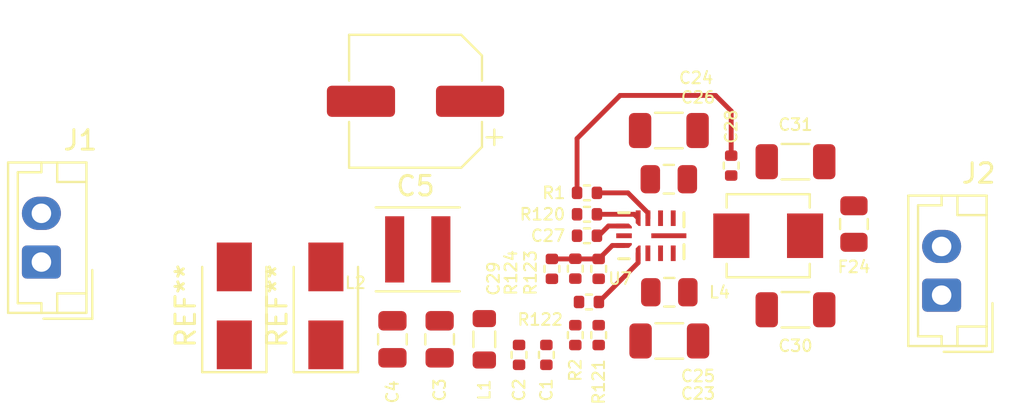
<source format=kicad_pcb>
(kicad_pcb (version 20211014) (generator pcbnew)
  (layers (0 "F.Cu" signal) (31 "B.Cu" signal) (34 "B.Paste" user) (35 "F.Paste" user) (36 "B.SilkS" user "B.Silkscreen") (37 "F.SilkS" user "F.Silkscreen") (38 "B.Mask" user) (39 "F.Mask" user) (44 "Edge.Cuts" user))
  (net 0 "")
  (net 1 "GND")
  (net 2 "Net-(C27-Pad1)")
  (net 3 "Net-(C28-Pad1)")
  (net 4 "/MP4322/PREFUSE_3V3")
  (net 5 "+3.3V")
  (net 6 "Net-(R121-Pad2)")
  (net 7 "Net-(R122-Pad2)")
  (net 8 "+12V")
  (net 9 "Net-(C3-Pad1)")
  (net 10 "12V_FILTERED")
  (net 11 "Net-(L4-Pad1)")
  (net 12 "Net-(R123-Pad1)")
  (net 13 "Net-(U7-Pad3)")
  (net 14 "Net-(U7-Pad4)")
  (footprint "Inductor_SMD:L_0805_2012Metric" (layer "F.Cu") (at 102.33 111.515 90)
    (fp_text reference "L1" (at -2.6 0 90) (layer "F.SilkS") (effects (font (size 0.6 0.6) (thickness 0.1))))
    (fp_text value "L")
    (fp_line (start -0.399622 -0.56) (end 0.399622 -0.56) (layer "F.SilkS") (width 0.12))
    (fp_line (start -0.399622 0.56) (end 0.399622 0.56) (layer "F.SilkS") (width 0.12))
    (pad "1" smd roundrect (at -1.0625 0 90) (size 0.875 1.2) (layers "F.Cu" "F.Paste" "F.Mask") (net 8 "+12V"))
    (pad "2" smd roundrect (at 1.0625 0 90) (size 0.875 1.2) (layers "F.Cu" "F.Paste" "F.Mask") (net 9 "Net-(C3-Pad1)"))
  )
  (footprint "Connector_JST:JST_EH_B2B-EH-A_1x02_P2.50mm_Vertical" (layer "F.Cu") (at 125.8 109.25 90)
    (fp_text reference "J2" (at 6.25 1.9) (layer "F.SilkS"))
    (fp_text value "Conn_01x02")
    (fp_line (start 4.61 -1.21) (end 4.61 0) (layer "F.SilkS") (width 0.12))
    (fp_line (start -2.61 0.81) (end -1.61 0.81) (layer "F.SilkS") (width 0.12))
    (fp_line (start 5.11 0.81) (end 4.11 0.81) (layer "F.SilkS") (width 0.12))
    (fp_line (start -2.11 0) (end -2.11 -1.21) (layer "F.SilkS") (width 0.12))
    (fp_line (start 5.11 2.31) (end 5.11 -1.71) (layer "F.SilkS") (width 0.12))
    (fp_line (start -2.61 2.31) (end 5.11 2.31) (layer "F.SilkS") (width 0.12))
    (fp_line (start -2.91 2.61) (end -0.41 2.61) (layer "F.SilkS") (width 0.12))
    (fp_line (start -2.61 0) (end -2.11 0) (layer "F.SilkS") (width 0.12))
    (fp_line (start -2.11 -1.21) (end 4.61 -1.21) (layer "F.SilkS") (width 0.12))
    (fp_line (start -2.61 -1.71) (end -2.61 2.31) (layer "F.SilkS") (width 0.12))
    (fp_line (start 4.61 0) (end 5.11 0) (layer "F.SilkS") (width 0.12))
    (fp_line (start 4.11 0.81) (end 4.11 2.31) (layer "F.SilkS") (width 0.12))
    (fp_line (start 5.11 -1.71) (end -2.61 -1.71) (layer "F.SilkS") (width 0.12))
    (fp_line (start -1.61 0.81) (end -1.61 2.31) (layer "F.SilkS") (width 0.12))
    (fp_line (start -2.91 0.11) (end -2.91 2.61) (layer "F.SilkS") (width 0.12))
    (pad "1" thru_hole roundrect (at 0 0 90) (size 1.7 2) (drill 1) (layers *.Cu *.Mask) (roundrect_rratio 0.147059) (net 1 "GND"))
    (pad "2" thru_hole oval (at 2.5 0 90) (size 1.7 2) (drill 1) (layers *.Cu *.Mask) (net 5 "+3.3V"))
  )
  (footprint "Resistor_SMD:R_0402_1005Metric" (layer "F.Cu") (at 107.6 104)
    (fp_text reference "R1" (at -1.7 0) (layer "F.SilkS") (effects (font (size 0.6 0.6) (thickness 0.1))))
    (fp_text value "0R0")
    (fp_line (start -0.153641 -0.38) (end 0.153641 -0.38) (layer "F.SilkS") (width 0.12))
    (fp_line (start -0.153641 0.38) (end 0.153641 0.38) (layer "F.SilkS") (width 0.12))
    (pad "1" smd roundrect (at -0.51 0) (size 0.54 0.64) (layers "F.Cu" "F.Paste" "F.Mask") (net 3 "Net-(C28-Pad1)"))
    (pad "2" smd roundrect (at 0.51 0) (size 0.54 0.64) (layers "F.Cu" "F.Paste" "F.Mask") (net 13 "Net-(U7-Pad3)"))
  )
  (footprint "Resistor_SMD:R_0402_1005Metric" (layer "F.Cu") (at 107.6 105.1)
    (fp_text reference "R120" (at -2.285714 0) (layer "F.SilkS") (effects (font (size 0.6 0.6) (thickness 0.1))))
    (fp_text value "15k")
    (fp_line (start -0.153641 0.38) (end 0.153641 0.38) (layer "F.SilkS") (width 0.12))
    (fp_line (start -0.153641 -0.38) (end 0.153641 -0.38) (layer "F.SilkS") (width 0.12))
    (pad "1" smd roundrect (at -0.51 0) (size 0.54 0.64) (layers "F.Cu" "F.Paste" "F.Mask") (net 1 "GND"))
    (pad "2" smd roundrect (at 0.51 0) (size 0.54 0.64) (layers "F.Cu" "F.Paste" "F.Mask") (net 14 "Net-(U7-Pad4)"))
  )
  (footprint "Resistor_SMD:R_0402_1005Metric" (layer "F.Cu") (at 105.515 112.315 90)
    (fp_text reference "C1" (at -1.8 0 90) (layer "F.SilkS") (effects (font (size 0.6 0.6) (thickness 0.1))))
    (fp_text value "1nF")
    (fp_line (start -0.153641 -0.38) (end 0.153641 -0.38) (layer "F.SilkS") (width 0.12))
    (fp_line (start -0.153641 0.38) (end 0.153641 0.38) (layer "F.SilkS") (width 0.12))
    (pad "1" smd roundrect (at -0.51 0 90) (size 0.54 0.64) (layers "F.Cu" "F.Paste" "F.Mask") (net 8 "+12V"))
    (pad "2" smd roundrect (at 0.51 0 90) (size 0.54 0.64) (layers "F.Cu" "F.Paste" "F.Mask") (net 1 "GND"))
  )
  (footprint "Diode_SMD:D_SMA" (layer "F.Cu") (at 89.5 109.8 90)
    (fp_text reference "REF**" (at 0 -2.5 90) (layer "F.SilkS"))
    (fp_text value "D_SMA")
    (fp_line (start -3.4 -1.65) (end -3.4 1.65) (layer "F.SilkS") (width 0.12))
    (fp_line (start -3.4 1.65) (end 2 1.65) (layer "F.SilkS") (width 0.12))
    (fp_line (start -3.4 -1.65) (end 2 -1.65) (layer "F.SilkS") (width 0.12))
    (pad "1" smd rect (at -2 0 90) (size 2.5 1.8) (layers "F.Cu" "F.Paste" "F.Mask"))
    (pad "2" smd rect (at 2 0 90) (size 2.5 1.8) (layers "F.Cu" "F.Paste" "F.Mask"))
  )
  (footprint "Inductor_SMD:L_Vishay_IHLP-1616" (layer "F.Cu") (at 116.9 106.2)
    (fp_text reference "L4" (at -2.5 2.9) (layer "F.SilkS") (effects (font (size 0.6 0.6) (thickness 0.1))))
    (fp_text value "2.2uH")
    (fp_line (start -2.132 -2.132) (end 2.132 -2.132) (layer "F.SilkS") (width 0.12))
    (fp_line (start -2.132 1.443) (end -2.132 2.132) (layer "F.SilkS") (width 0.12))
    (fp_line (start -2.132 -1.443) (end -2.132 -2.132) (layer "F.SilkS") (width 0.12))
    (fp_line (start 2.132 2.132) (end 2.132 1.443) (layer "F.SilkS") (width 0.12))
    (fp_line (start -2.132 2.132) (end 2.132 2.132) (layer "F.SilkS") (width 0.12))
    (fp_line (start 2.132 -2.132) (end 2.132 -1.443) (layer "F.SilkS") (width 0.12))
    (pad "1" smd rect (at -1.89225 0) (size 1.8545 2.286) (layers "F.Cu" "F.Paste" "F.Mask") (net 11 "Net-(L4-Pad1)"))
    (pad "2" smd rect (at 1.89225 0) (size 1.8545 2.286) (layers "F.Cu" "F.Paste" "F.Mask") (net 4 "/MP4322/PREFUSE_3V3"))
  )
  (footprint "Connector_JST:JST_EH_B2B-EH-A_1x02_P2.50mm_Vertical" (layer "F.Cu") (at 79.6 107.55 90)
    (fp_text reference "J1" (at 6.25 2) (layer "F.SilkS"))
    (fp_text value "Conn_01x02")
    (fp_line (start -2.61 2.31) (end 5.11 2.31) (layer "F.SilkS") (width 0.12))
    (fp_line (start 5.11 -1.71) (end -2.61 -1.71) (layer "F.SilkS") (width 0.12))
    (fp_line (start -2.91 2.61) (end -0.41 2.61) (layer "F.SilkS") (width 0.12))
    (fp_line (start 5.11 0.81) (end 4.11 0.81) (layer "F.SilkS") (width 0.12))
    (fp_line (start -2.61 0) (end -2.11 0) (layer "F.SilkS") (width 0.12))
    (fp_line (start -2.11 0) (end -2.11 -1.21) (layer "F.SilkS") (width 0.12))
    (fp_line (start 4.61 0) (end 5.11 0) (layer "F.SilkS") (width 0.12))
    (fp_line (start 4.11 0.81) (end 4.11 2.31) (layer "F.SilkS") (width 0.12))
    (fp_line (start -2.11 -1.21) (end 4.61 -1.21) (layer "F.SilkS") (width 0.12))
    (fp_line (start 5.11 2.31) (end 5.11 -1.71) (layer "F.SilkS") (width 0.12))
    (fp_line (start -2.61 0.81) (end -1.61 0.81) (layer "F.SilkS") (width 0.12))
    (fp_line (start -2.61 -1.71) (end -2.61 2.31) (layer "F.SilkS") (width 0.12))
    (fp_line (start -1.61 0.81) (end -1.61 2.31) (layer "F.SilkS") (width 0.12))
    (fp_line (start 4.61 -1.21) (end 4.61 0) (layer "F.SilkS") (width 0.12))
    (fp_line (start -2.91 0.11) (end -2.91 2.61) (layer "F.SilkS") (width 0.12))
    (pad "1" thru_hole roundrect (at 0 0 90) (size 1.7 2) (drill 1) (layers *.Cu *.Mask) (roundrect_rratio 0.147059) (net 1 "GND"))
    (pad "2" thru_hole oval (at 2.5 0 90) (size 1.7 2) (drill 1) (layers *.Cu *.Mask) (net 8 "+12V"))
  )
  (footprint "Capacitor_SMD:C_1206_3216Metric" (layer "F.Cu") (at 118.3 110 180)
    (fp_text reference "C30" (at 0 -1.85) (layer "F.SilkS") (effects (font (size 0.6 0.6) (thickness 0.1))))
    (fp_text value "22uF")
    (fp_line (start -0.711252 -0.91) (end 0.711252 -0.91) (layer "F.SilkS") (width 0.12))
    (fp_line (start -0.711252 0.91) (end 0.711252 0.91) (layer "F.SilkS") (width 0.12))
    (pad "1" smd roundrect (at -1.475 0 180) (size 1.15 1.8) (layers "F.Cu" "F.Paste" "F.Mask") (roundrect_rratio 0.217391) (net 4 "/MP4322/PREFUSE_3V3"))
    (pad "2" smd roundrect (at 1.475 0 180) (size 1.15 1.8) (layers "F.Cu" "F.Paste" "F.Mask") (roundrect_rratio 0.217391) (net 1 "GND"))
  )
  (footprint "Capacitor_SMD:CP_Elec_6.3x9.9" (layer "F.Cu") (at 98.8 99.3 180)
    (fp_text reference "C5" (at 0 -4.35) (layer "F.SilkS"))
    (fp_text value "22uF")
    (fp_line (start -4.04375 -2.24125) (end -4.04375 -1.45375) (layer "F.SilkS") (width 0.12))
    (fp_line (start -2.345563 -3.41) (end 3.41 -3.41) (layer "F.SilkS") (width 0.12))
    (fp_line (start -2.345563 3.41) (end 3.41 3.41) (layer "F.SilkS") (width 0.12))
    (fp_line (start 3.41 3.41) (end 3.41 1.06) (layer "F.SilkS") (width 0.12))
    (fp_line (start -3.41 -2.345563) (end -2.345563 -3.41) (layer "F.SilkS") (width 0.12))
    (fp_line (start 3.41 -3.41) (end 3.41 -1.06) (layer "F.SilkS") (width 0.12))
    (fp_line (start -3.41 -2.345563) (end -3.41 -1.06) (layer "F.SilkS") (width 0.12))
    (fp_line (start -3.41 2.345563) (end -2.345563 3.41) (layer "F.SilkS") (width 0.12))
    (fp_line (start -3.41 2.345563) (end -3.41 1.06) (layer "F.SilkS") (width 0.12))
    (fp_line (start -4.4375 -1.8475) (end -3.65 -1.8475) (layer "F.SilkS") (width 0.12))
    (pad "1" smd roundrect (at -2.8 0 180) (size 3.5 1.6) (layers "F.Cu" "F.Paste" "F.Mask") (roundrect_rratio 0.15625) (net 10 "12V_FILTERED"))
    (pad "2" smd roundrect (at 2.8 0 180) (size 3.5 1.6) (layers "F.Cu" "F.Paste" "F.Mask") (roundrect_rratio 0.15625) (net 1 "GND"))
  )
  (footprint "Capacitor_SMD:C_1206_3216Metric" (layer "F.Cu") (at 111.825 111.6)
    (fp_text reference "C23" (at 1.475 2.7) (layer "F.SilkS") (effects (font (size 0.6 0.6) (thickness 0.1))))
    (fp_text value "4.7uF")
    (fp_line (start -0.711252 0.91) (end 0.711252 0.91) (layer "F.SilkS") (width 0.12))
    (fp_line (start -0.711252 -0.91) (end 0.711252 -0.91) (layer "F.SilkS") (width 0.12))
    (pad "1" smd roundrect (at -1.475 0) (size 1.15 1.8) (layers "F.Cu" "F.Paste" "F.Mask") (roundrect_rratio 0.217391) (net 10 "12V_FILTERED"))
    (pad "2" smd roundrect (at 1.475 0) (size 1.15 1.8) (layers "F.Cu" "F.Paste" "F.Mask") (roundrect_rratio 0.217391) (net 1 "GND"))
  )
  (footprint "Resistor_SMD:R_0402_1005Metric" (layer "F.Cu") (at 107.7 109.6)
    (fp_text reference "R122" (at -2.5 0.9) (layer "F.SilkS") (effects (font (size 0.6 0.6) (thickness 0.1))))
    (fp_text value "100k")
    (fp_line (start -0.153641 -0.38) (end 0.153641 -0.38) (layer "F.SilkS") (width 0.12))
    (fp_line (start -0.153641 0.38) (end 0.153641 0.38) (layer "F.SilkS") (width 0.12))
    (pad "1" smd roundrect (at -0.51 0) (size 0.54 0.64) (layers "F.Cu" "F.Paste" "F.Mask") (net 2 "Net-(C27-Pad1)"))
    (pad "2" smd roundrect (at 0.51 0) (size 0.54 0.64) (layers "F.Cu" "F.Paste" "F.Mask") (net 7 "Net-(R122-Pad2)"))
  )
  (footprint "Diode_SMD:D_SMA" (layer "F.Cu") (at 94.2 109.8 90)
    (fp_text reference "REF**" (at 0 -2.5 90) (layer "F.SilkS"))
    (fp_text value "D_SMA")
    (fp_line (start -3.4 -1.65) (end -3.4 1.65) (layer "F.SilkS") (width 0.12))
    (fp_line (start -3.4 1.65) (end 2 1.65) (layer "F.SilkS") (width 0.12))
    (fp_line (start -3.4 -1.65) (end 2 -1.65) (layer "F.SilkS") (width 0.12))
    (pad "1" smd rect (at -2 0 90) (size 2.5 1.8) (layers "F.Cu" "F.Paste" "F.Mask"))
    (pad "2" smd rect (at 2 0 90) (size 2.5 1.8) (layers "F.Cu" "F.Paste" "F.Mask"))
  )
  (footprint "Resistor_SMD:R_0402_1005Metric" (layer "F.Cu") (at 108.2 107.9 -90)
    (fp_text reference "R123" (at 0.2 3.5 90) (layer "F.SilkS") (effects (font (size 0.6 0.6) (thickness 0.1))))
    (fp_text value "31.6k")
    (fp_line (start -0.153641 -0.38) (end 0.153641 -0.38) (layer "F.SilkS") (width 0.12))
    (fp_line (start -0.153641 0.38) (end 0.153641 0.38) (layer "F.SilkS") (width 0.12))
    (pad "1" smd roundrect (at -0.51 0 270) (size 0.54 0.64) (layers "F.Cu" "F.Paste" "F.Mask") (net 12 "Net-(R123-Pad1)"))
    (pad "2" smd roundrect (at 0.51 0 270) (size 0.54 0.64) (layers "F.Cu" "F.Paste" "F.Mask") (net 1 "GND"))
  )
  (footprint "Resistor_SMD:R_0402_1005Metric" (layer "F.Cu") (at 107 107.89 90)
    (fp_text reference "R124" (at -0.21 -3.3 90) (layer "F.SilkS") (effects (font (size 0.6 0.6) (thickness 0.1))))
    (fp_text value "100k")
    (fp_line (start -0.153641 -0.38) (end 0.153641 -0.38) (layer "F.SilkS") (width 0.12))
    (fp_line (start -0.153641 0.38) (end 0.153641 0.38) (layer "F.SilkS") (width 0.12))
    (pad "1" smd roundrect (at -0.51 0 90) (size 0.54 0.64) (layers "F.Cu" "F.Paste" "F.Mask") (net 4 "/MP4322/PREFUSE_3V3"))
    (pad "2" smd roundrect (at 0.51 0 90) (size 0.54 0.64) (layers "F.Cu" "F.Paste" "F.Mask") (net 12 "Net-(R123-Pad1)"))
  )
  (footprint "Resistor_SMD:R_0402_1005Metric" (layer "F.Cu") (at 115 102.6 -90)
    (fp_text reference "C28" (at -2 0 90) (layer "F.SilkS") (effects (font (size 0.6 0.6) (thickness 0.1))))
    (fp_text value "47nF")
    (fp_line (start -0.153641 0.38) (end 0.153641 0.38) (layer "F.SilkS") (width 0.12))
    (fp_line (start -0.153641 -0.38) (end 0.153641 -0.38) (layer "F.SilkS") (width 0.12))
    (pad "1" smd roundrect (at -0.51 0 270) (size 0.54 0.64) (layers "F.Cu" "F.Paste" "F.Mask") (net 3 "Net-(C28-Pad1)"))
    (pad "2" smd roundrect (at 0.51 0 270) (size 0.54 0.64) (layers "F.Cu" "F.Paste" "F.Mask") (net 11 "Net-(L4-Pad1)"))
  )
  (footprint "Resistor_SMD:R_0402_1005Metric" (layer "F.Cu") (at 108.2 111.3 90)
    (fp_text reference "R121" (at -2.4 0 90) (layer "F.SilkS") (effects (font (size 0.6 0.6) (thickness 0.1))))
    (fp_text value "100k")
    (fp_line (start -0.153641 -0.38) (end 0.153641 -0.38) (layer "F.SilkS") (width 0.12))
    (fp_line (start -0.153641 0.38) (end 0.153641 0.38) (layer "F.SilkS") (width 0.12))
    (pad "1" smd roundrect (at -0.51 0 90) (size 0.54 0.64) (layers "F.Cu" "F.Paste" "F.Mask") (net 10 "12V_FILTERED"))
    (pad "2" smd roundrect (at 0.51 0 90) (size 0.54 0.64) (layers "F.Cu" "F.Paste" "F.Mask") (net 6 "Net-(R121-Pad2)"))
  )
  (footprint "Capacitor_SMD:C_0805_2012Metric" (layer "F.Cu") (at 111.8 103.3)
    (fp_text reference "C26" (at 1.5 -4.2) (layer "F.SilkS") (effects (font (size 0.6 0.6) (thickness 0.1))))
    (fp_text value "0.1uF")
    (fp_line (start -0.261252 0.735) (end 0.261252 0.735) (layer "F.SilkS") (width 0.12))
    (fp_line (start -0.261252 -0.735) (end 0.261252 -0.735) (layer "F.SilkS") (width 0.12))
    (pad "1" smd roundrect (at -0.95 0) (size 1 1.45) (layers "F.Cu" "F.Paste" "F.Mask") (net 10 "12V_FILTERED"))
    (pad "2" smd roundrect (at 0.95 0) (size 1 1.45) (layers "F.Cu" "F.Paste" "F.Mask") (net 1 "GND"))
  )
  (footprint "Capacitor_SMD:C_0805_2012Metric" (layer "F.Cu") (at 97.615 111.515 -90)
    (fp_text reference "C4" (at 2.7 0 90) (layer "F.SilkS") (effects (font (size 0.6 0.6) (thickness 0.1))))
    (fp_text value "2.2uF")
    (fp_line (start -0.261252 0.735) (end 0.261252 0.735) (layer "F.SilkS") (width 0.12))
    (fp_line (start -0.261252 -0.735) (end 0.261252 -0.735) (layer "F.SilkS") (width 0.12))
    (pad "1" smd roundrect (at -0.95 0 270) (size 1 1.45) (layers "F.Cu" "F.Paste" "F.Mask") (net 9 "Net-(C3-Pad1)"))
    (pad "2" smd roundrect (at 0.95 0 270) (size 1 1.45) (layers "F.Cu" "F.Paste" "F.Mask") (net 1 "GND"))
  )
  (footprint "PDMS_Additional:QFN-12_MP4322_MNP" (layer "F.Cu") (at 110.9 106.2 -90)
    (fp_text reference "U7" (at 2.2 1.6 unlocked) (layer "F.SilkS") (effects (font (size 0.6 0.6) (thickness 0.1))))
    (fp_text value "MP4322GDE-P")
    (fp_poly (pts (xy 1.300001 0.8) (xy 1.300001 0.55) (xy 0.500001 0.55) (xy 0.500001 0.65) (xy 0.650001 0.8)) (layer "F.Cu") (width 0) (fill solid))
    (fp_poly (pts (xy -1.300001 0.8) (xy -1.300001 0.55) (xy -0.500001 0.55) (xy -0.500001 0.65) (xy -0.650001 0.8)) (layer "F.Cu") (width 0) (fill solid))
    (fp_poly (pts (xy -0.624999 1.8) (xy -0.374999 1.8) (xy -0.374999 1) (xy -0.474999 1) (xy -0.624999 1.15)) (layer "F.Cu") (width 0) (fill solid))
    (fp_poly (pts (xy 0.624999 1.8) (xy 0.374999 1.8) (xy 0.374999 1) (xy 0.474999 1) (xy 0.624999 1.15)) (layer "F.Cu") (width 0) (fill solid))
    (fp_line (start -0.45774 -1.6764) (end -1.1811 -1.6764) (layer "F.SilkS") (width 0.1524))
    (fp_line (start 1.1811 -1.6764) (end 0.45774 -1.6764) (layer "F.SilkS") (width 0.1524))
    (fp_line (start 1.1811 1.6764) (end 1.1811 1.13274) (layer "F.SilkS") (width 0.1524))
    (fp_line (start -1.1811 1.13274) (end -1.1811 1.6764) (layer "F.SilkS") (width 0.1524))
    (pad "1" smd rect (at -0.900001 -1.125 270) (size 0.8 0.25) (layers "F.Cu" "F.Paste" "F.Mask") (net 1 "GND"))
    (pad "2" smd rect (at -0.900001 -0.475 270) (size 0.8 0.25) (layers "F.Cu" "F.Paste" "F.Mask") (net 10 "12V_FILTERED"))
    (pad "3" smd rect (at -0.900001 0.175 270) (size 0.8 0.25) (layers "F.Cu" "F.Paste" "F.Mask") (net 13 "Net-(U7-Pad3)"))
    (pad "4" smd rect (at -0.900001 0.675 270) (size 0.127 0.127) (layers "F.Cu" "F.Paste" "F.Mask") (net 14 "Net-(U7-Pad4)"))
    (pad "5" smd rect (at -0.499999 1.4) (size 0.127 0.127) (layers "F.Cu" "F.Paste" "F.Mask") (net 2 "Net-(C27-Pad1)"))
    (pad "6" smd rect (at 0 1.4) (size 0.8 0.25) (layers "F.Cu" "F.Paste" "F.Mask") (net 1 "GND"))
    (pad "7" smd rect (at 0.499999 1.4) (size 0.127 0.127) (layers "F.Cu" "F.Paste" "F.Mask") (net 12 "Net-(R123-Pad1)"))
    (pad "8" smd rect (at 0.900001 0.675 270) (size 0.127 0.127) (layers "F.Cu" "F.Paste" "F.Mask") (net 7 "Net-(R122-Pad2)"))
    (pad "9" smd rect (at 0.900001 0.175 270) (size 0.8 0.25) (layers "F.Cu" "F.Paste" "F.Mask") (net 6 "Net-(R121-Pad2)"))
    (pad "10" smd rect (at 0.900001 -0.475 270) (size 0.8 0.25) (layers "F.Cu" "F.Paste" "F.Mask") (net 10 "12V_FILTERED"))
    (pad "11" smd rect (at 0.900001 -1.125 270) (size 0.8 0.25) (layers "F.Cu" "F.Paste" "F.Mask") (net 1 "GND"))
    (pad "12" smd rect (at 0 -0.9 270) (size 0.25 1.8) (layers "F.Cu" "F.Paste" "F.Mask") (net 11 "Net-(L4-Pad1)"))
  )
  (footprint "Capacitor_SMD:C_0805_2012Metric" (layer "F.Cu") (at 111.825 109.1)
    (fp_text reference "C25" (at 1.475 4.3) (layer "F.SilkS") (effects (font (size 0.6 0.6) (thickness 0.1))))
    (fp_text value "0.1uF")
    (fp_line (start -0.261252 -0.735) (end 0.261252 -0.735) (layer "F.SilkS") (width 0.12))
    (fp_line (start -0.261252 0.735) (end 0.261252 0.735) (layer "F.SilkS") (width 0.12))
    (pad "1" smd roundrect (at -0.95 0) (size 1 1.45) (layers "F.Cu" "F.Paste" "F.Mask") (net 10 "12V_FILTERED"))
    (pad "2" smd roundrect (at 0.95 0) (size 1 1.45) (layers "F.Cu" "F.Paste" "F.Mask") (net 1 "GND"))
  )
  (footprint "Capacitor_SMD:C_0805_2012Metric" (layer "F.Cu") (at 100.0375 111.515 -90)
    (fp_text reference "C3" (at 2.6 0 90) (layer "F.SilkS") (effects (font (size 0.6 0.6) (thickness 0.1))))
    (fp_text value "2.2uF")
    (fp_line (start -0.261252 -0.735) (end 0.261252 -0.735) (layer "F.SilkS") (width 0.12))
    (fp_line (start -0.261252 0.735) (end 0.261252 0.735) (layer "F.SilkS") (width 0.12))
    (pad "1" smd roundrect (at -0.95 0 270) (size 1 1.45) (layers "F.Cu" "F.Paste" "F.Mask") (net 9 "Net-(C3-Pad1)"))
    (pad "2" smd roundrect (at 0.95 0 270) (size 1 1.45) (layers "F.Cu" "F.Paste" "F.Mask") (net 1 "GND"))
  )
  (footprint "Capacitor_SMD:C_1206_3216Metric" (layer "F.Cu") (at 111.8 100.8)
    (fp_text reference "C24" (at 1.4 -2.7) (layer "F.SilkS") (effects (font (size 0.6 0.6) (thickness 0.1))))
    (fp_text value "4.7uF")
    (fp_line (start -0.711252 0.91) (end 0.711252 0.91) (layer "F.SilkS") (width 0.12))
    (fp_line (start -0.711252 -0.91) (end 0.711252 -0.91) (layer "F.SilkS") (width 0.12))
    (pad "1" smd roundrect (at -1.475 0) (size 1.15 1.8) (layers "F.Cu" "F.Paste" "F.Mask") (roundrect_rratio 0.217391) (net 10 "12V_FILTERED"))
    (pad "2" smd roundrect (at 1.475 0) (size 1.15 1.8) (layers "F.Cu" "F.Paste" "F.Mask") (roundrect_rratio 0.217391) (net 1 "GND"))
  )
  (footprint "Capacitor_SMD:C_1206_3216Metric" (layer "F.Cu") (at 118.3 102.4 180)
    (fp_text reference "C31" (at 0 1.9) (layer "F.SilkS") (effects (font (size 0.6 0.6) (thickness 0.1))))
    (fp_text value "22uF")
    (fp_line (start -0.711252 -0.91) (end 0.711252 -0.91) (layer "F.SilkS") (width 0.12))
    (fp_line (start -0.711252 0.91) (end 0.711252 0.91) (layer "F.SilkS") (width 0.12))
    (pad "1" smd roundrect (at -1.475 0 180) (size 1.15 1.8) (layers "F.Cu" "F.Paste" "F.Mask") (roundrect_rratio 0.217391) (net 4 "/MP4322/PREFUSE_3V3"))
    (pad "2" smd roundrect (at 1.475 0 180) (size 1.15 1.8) (layers "F.Cu" "F.Paste" "F.Mask") (roundrect_rratio 0.217391) (net 1 "GND"))
  )
  (footprint "Inductor_SMD:L_Coilcraft_XxL4020" (layer "F.Cu") (at 98.915 106.9 180)
    (fp_text reference "L2" (at 3.2 -1.715) (layer "F.SilkS") (effects (font (size 0.6 0.6) (thickness 0.1))))
    (fp_text value "L")
    (fp_line (start 2.154 2.154) (end -2.154 2.154) (layer "F.SilkS") (width 0.12))
    (fp_line (start -2.154 -2.154) (end 2.154 -2.154) (layer "F.SilkS") (width 0.12))
    (pad "1" smd rect (at -1.185 0 180) (size 0.98 3.4) (layers "F.Cu" "F.Paste" "F.Mask") (net 10 "12V_FILTERED"))
    (pad "2" smd rect (at 1.185 0 180) (size 0.98 3.4) (layers "F.Cu" "F.Paste" "F.Mask") (net 9 "Net-(C3-Pad1)"))
  )
  (footprint "Resistor_SMD:R_0402_1005Metric" (layer "F.Cu") (at 107.6 106.2 180)
    (fp_text reference "C27" (at 2 0) (layer "F.SilkS") (effects (font (size 0.6 0.6) (thickness 0.1))))
    (fp_text value "1uF")
    (fp_line (start -0.153641 -0.38) (end 0.153641 -0.38) (layer "F.SilkS") (width 0.12))
    (fp_line (start -0.153641 0.38) (end 0.153641 0.38) (layer "F.SilkS") (width 0.12))
    (pad "1" smd roundrect (at -0.51 0 180) (size 0.54 0.64) (layers "F.Cu" "F.Paste" "F.Mask") (net 2 "Net-(C27-Pad1)"))
    (pad "2" smd roundrect (at 0.51 0 180) (size 0.54 0.64) (layers "F.Cu" "F.Paste" "F.Mask") (net 1 "GND"))
  )
  (footprint "Resistor_SMD:R_0402_1005Metric" (layer "F.Cu") (at 104.1125 112.315 90)
    (fp_text reference "C2" (at -1.8 0 90) (layer "F.SilkS") (effects (font (size 0.6 0.6) (thickness 0.1))))
    (fp_text value "10nF")
    (fp_line (start -0.153641 0.38) (end 0.153641 0.38) (layer "F.SilkS") (width 0.12))
    (fp_line (start -0.153641 -0.38) (end 0.153641 -0.38) (layer "F.SilkS") (width 0.12))
    (pad "1" smd roundrect (at -0.51 0 90) (size 0.54 0.64) (layers "F.Cu" "F.Paste" "F.Mask") (net 8 "+12V"))
    (pad "2" smd roundrect (at 0.51 0 90) (size 0.54 0.64) (layers "F.Cu" "F.Paste" "F.Mask") (net 1 "GND"))
  )
  (footprint "Resistor_SMD:R_0402_1005Metric" (layer "F.Cu") (at 105.8 107.9 -90)
    (fp_text reference "C29" (at 0.5 3 90) (layer "F.SilkS") (effects (font (size 0.6 0.6) (thickness 0.1))))
    (fp_text value "10pF")
    (fp_line (start -0.153641 0.38) (end 0.153641 0.38) (layer "F.SilkS") (width 0.12))
    (fp_line (start -0.153641 -0.38) (end 0.153641 -0.38) (layer "F.SilkS") (width 0.12))
    (pad "1" smd roundrect (at -0.51 0 270) (size 0.54 0.64) (layers "F.Cu" "F.Paste" "F.Mask") (net 12 "Net-(R123-Pad1)"))
    (pad "2" smd roundrect (at 0.51 0 270) (size 0.54 0.64) (layers "F.Cu" "F.Paste" "F.Mask") (net 4 "/MP4322/PREFUSE_3V3"))
  )
  (footprint "Resistor_SMD:R_0402_1005Metric" (layer "F.Cu") (at 107 111.3 90)
    (fp_text reference "R2" (at -1.8 0 90) (layer "F.SilkS") (effects (font (size 0.6 0.6) (thickness 0.1))))
    (fp_text value "NA")
    (fp_line (start -0.153641 0.38) (end 0.153641 0.38) (layer "F.SilkS") (width 0.12))
    (fp_line (start -0.153641 -0.38) (end 0.153641 -0.38) (layer "F.SilkS") (width 0.12))
    (pad "1" smd roundrect (at -0.51 0 90) (size 0.54 0.64) (layers "F.Cu" "F.Paste" "F.Mask") (net 1 "GND"))
    (pad "2" smd roundrect (at 0.51 0 90) (size 0.54 0.64) (layers "F.Cu" "F.Paste" "F.Mask") (net 6 "Net-(R121-Pad2)"))
  )
  (footprint "Fuse:Fuse_0805_2012Metric" (layer "F.Cu") (at 121.3 105.6 90)
    (fp_text reference "F24" (at -2.2 0) (layer "F.SilkS") (effects (font (size 0.6 0.6) (thickness 0.1))))
    (fp_text value "500mA")
    (fp_line (start -0.258578 0.71) (end 0.258578 0.71) (layer "F.SilkS") (width 0.12))
    (fp_line (start -0.258578 -0.71) (end 0.258578 -0.71) (layer "F.SilkS") (width 0.12))
    (pad "1" smd roundrect (at -0.9375 0 90) (size 0.975 1.4) (layers "F.Cu" "F.Paste" "F.Mask") (net 5 "+3.3V"))
    (pad "2" smd roundrect (at 0.9375 0 90) (size 0.975 1.4) (layers "F.Cu" "F.Paste" "F.Mask") (net 4 "/MP4322/PREFUSE_3V3"))
  )
  (segment (start 108.7 105.7) (end 109.5 105.700001) (width 0.25) (layer "F.Cu") (net 2))
  (segment (start 108.11 106.2) (end 108.2 106.2) (width 0.25) (layer "F.Cu") (net 2))
  (segment (start 108.2 106.2) (end 108.7 105.7) (width 0.25) (layer "F.Cu") (net 2))
  (segment (start 107.09 101.21) (end 107.09 104) (width 0.25) (layer "F.Cu") (net 3))
  (segment (start 114.2 99) (end 109.3 99) (width 0.25) (layer "F.Cu") (net 3))
  (segment (start 115 99.8) (end 114.2 99) (width 0.25) (layer "F.Cu") (net 3))
  (segment (start 109.3 99) (end 107.09 101.21) (width 0.25) (layer "F.Cu") (net 3))
  (segment (start 115 102.09) (end 115 99.8) (width 0.25) (layer "F.Cu") (net 3))
  (segment (start 110.225 107.585) (end 108.21 109.6) (width 0.25) (layer "F.Cu") (net 7))
  (segment (start 110.225 107.100001) (end 110.225 107.585) (width 0.25) (layer "F.Cu") (net 7))
  (segment (start 108.9 106.7) (end 109.5 106.699999) (width 0.25) (layer "F.Cu") (net 12))
  (segment (start 105.8 107.39) (end 108.2 107.39) (width 0.25) (layer "F.Cu") (net 12))
  (segment (start 108.2 107.39) (end 108.21 107.39) (width 0.25) (layer "F.Cu") (net 12))
  (segment (start 108.21 107.39) (end 108.9 106.7) (width 0.25) (layer "F.Cu") (net 12))
  (segment (start 110.725 105.022999) (end 110.725 105.299999) (width 0.25) (layer "F.Cu") (net 13))
  (segment (start 109.702001 104) (end 110.725 105.022999) (width 0.25) (layer "F.Cu") (net 13))
  (segment (start 108.11 104) (end 109.702001 104) (width 0.25) (layer "F.Cu") (net 13))
  (segment (start 108.11 105.1) (end 110.025001 105.1) (width 0.25) (layer "F.Cu") (net 14))
  (segment (start 110.025001 105.1) (end 110.225 105.299999) (width 0.25) (layer "F.Cu") (net 14))
)
</source>
